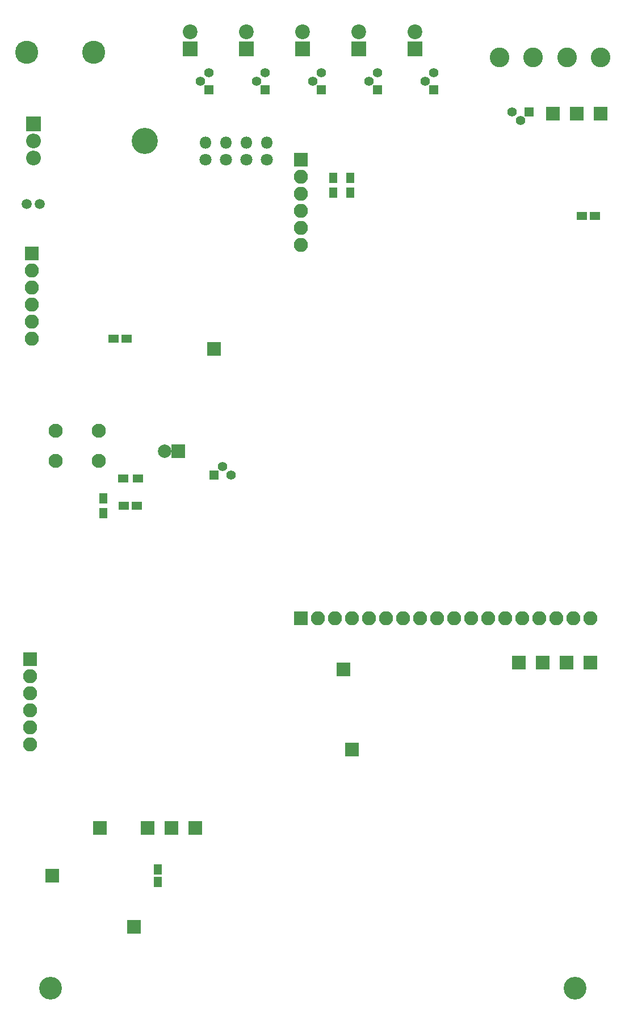
<source format=gbr>
G04 #@! TF.FileFunction,Soldermask,Bot*
%FSLAX46Y46*%
G04 Gerber Fmt 4.6, Leading zero omitted, Abs format (unit mm)*
G04 Created by KiCad (PCBNEW 4.0.6) date 01/25/18 19:32:55*
%MOMM*%
%LPD*%
G01*
G04 APERTURE LIST*
%ADD10C,0.100000*%
%ADD11C,2.940000*%
%ADD12C,1.400000*%
%ADD13R,1.400000X1.400000*%
%ADD14C,1.500000*%
%ADD15R,2.100000X2.100000*%
%ADD16O,2.100000X2.100000*%
%ADD17C,2.100000*%
%ADD18R,1.600000X1.150000*%
%ADD19R,2.000000X2.000000*%
%ADD20C,2.000000*%
%ADD21R,1.150000X1.600000*%
%ADD22C,3.448000*%
%ADD23R,1.600000X1.300000*%
%ADD24R,1.300000X1.600000*%
%ADD25R,2.200000X2.200000*%
%ADD26C,2.200000*%
%ADD27O,3.900000X3.900000*%
%ADD28O,2.200000X2.200000*%
%ADD29C,1.800000*%
%ADD30O,1.800000X1.800000*%
%ADD31C,3.400000*%
G04 APERTURE END LIST*
D10*
D11*
X270256000Y-19304000D03*
X265256000Y-19304000D03*
X260256000Y-19304000D03*
X255256000Y-19304000D03*
D12*
X244094000Y-22860000D03*
X245364000Y-21590000D03*
D13*
X245364000Y-24130000D03*
D14*
X184658000Y-41148000D03*
X186658000Y-41148000D03*
D15*
X225552000Y-102870000D03*
D16*
X228092000Y-102870000D03*
X230632000Y-102870000D03*
X233172000Y-102870000D03*
X235712000Y-102870000D03*
X238252000Y-102870000D03*
X240792000Y-102870000D03*
X243332000Y-102870000D03*
X245872000Y-102870000D03*
X248412000Y-102870000D03*
X250952000Y-102870000D03*
X253492000Y-102870000D03*
X256032000Y-102870000D03*
X258572000Y-102870000D03*
X261112000Y-102870000D03*
X263652000Y-102870000D03*
X266192000Y-102870000D03*
X268732000Y-102870000D03*
D15*
X225552000Y-34544000D03*
D16*
X225552000Y-37084000D03*
X225552000Y-39624000D03*
X225552000Y-42164000D03*
X225552000Y-44704000D03*
X225552000Y-47244000D03*
D15*
X185420000Y-48514000D03*
D16*
X185420000Y-51054000D03*
X185420000Y-53594000D03*
X185420000Y-56134000D03*
X185420000Y-58674000D03*
X185420000Y-61214000D03*
D12*
X258318000Y-28702000D03*
X257048000Y-27432000D03*
D13*
X259588000Y-27432000D03*
D12*
X235712000Y-22860000D03*
X236982000Y-21590000D03*
D13*
X236982000Y-24130000D03*
D12*
X227330000Y-22860000D03*
X228600000Y-21590000D03*
D13*
X228600000Y-24130000D03*
D12*
X218948000Y-22860000D03*
X220218000Y-21590000D03*
D13*
X220218000Y-24130000D03*
D12*
X210566000Y-22860000D03*
X211836000Y-21590000D03*
D13*
X211836000Y-24130000D03*
D12*
X213868000Y-80264000D03*
X215138000Y-81534000D03*
D13*
X212598000Y-81534000D03*
D17*
X195476000Y-79430000D03*
X188976000Y-79430000D03*
X195476000Y-74930000D03*
X188976000Y-74930000D03*
D18*
X267528000Y-42926000D03*
X269428000Y-42926000D03*
X201102000Y-86106000D03*
X199202000Y-86106000D03*
D19*
X207264000Y-77978000D03*
D20*
X205264000Y-77978000D03*
D21*
X204216000Y-142174000D03*
X204216000Y-140274000D03*
D22*
X184658000Y-18542000D03*
X194658000Y-18542000D03*
D15*
X185166000Y-108966000D03*
D16*
X185166000Y-111506000D03*
X185166000Y-114046000D03*
X185166000Y-116586000D03*
X185166000Y-119126000D03*
X185166000Y-121666000D03*
D23*
X201252000Y-82042000D03*
X199052000Y-82042000D03*
D24*
X196088000Y-87206000D03*
X196088000Y-85006000D03*
D25*
X242570000Y-18034000D03*
D26*
X242570000Y-15494000D03*
D25*
X234188000Y-18034000D03*
D26*
X234188000Y-15494000D03*
D25*
X225806000Y-18034000D03*
D26*
X225806000Y-15494000D03*
D25*
X217424000Y-18034000D03*
D26*
X217424000Y-15494000D03*
D25*
X209042000Y-18034000D03*
D26*
X209042000Y-15494000D03*
D27*
X202334000Y-31750000D03*
D25*
X185674000Y-29210000D03*
D28*
X185674000Y-31750000D03*
X185674000Y-34290000D03*
D15*
X268732000Y-109474000D03*
X265176000Y-109474000D03*
X270256000Y-27686000D03*
X231902000Y-110490000D03*
X266700000Y-27686000D03*
X206248000Y-134112000D03*
X258064000Y-109474000D03*
X195580000Y-134112000D03*
X202692000Y-134112000D03*
X261620000Y-109474000D03*
X188468000Y-141224000D03*
X212598000Y-62738000D03*
X233172000Y-122428000D03*
X263144000Y-27686000D03*
X209804000Y-134112000D03*
X200660000Y-148844000D03*
D18*
X197678000Y-61214000D03*
X199578000Y-61214000D03*
D24*
X230378000Y-37254000D03*
X230378000Y-39454000D03*
X232918000Y-37254000D03*
X232918000Y-39454000D03*
D29*
X220472000Y-34544000D03*
D30*
X220472000Y-32004000D03*
D29*
X217424000Y-34544000D03*
D30*
X217424000Y-32004000D03*
D29*
X214376000Y-34544000D03*
D30*
X214376000Y-32004000D03*
D29*
X211328000Y-34544000D03*
D30*
X211328000Y-32004000D03*
D31*
X188214000Y-157988000D03*
X266446000Y-157988000D03*
M02*

</source>
